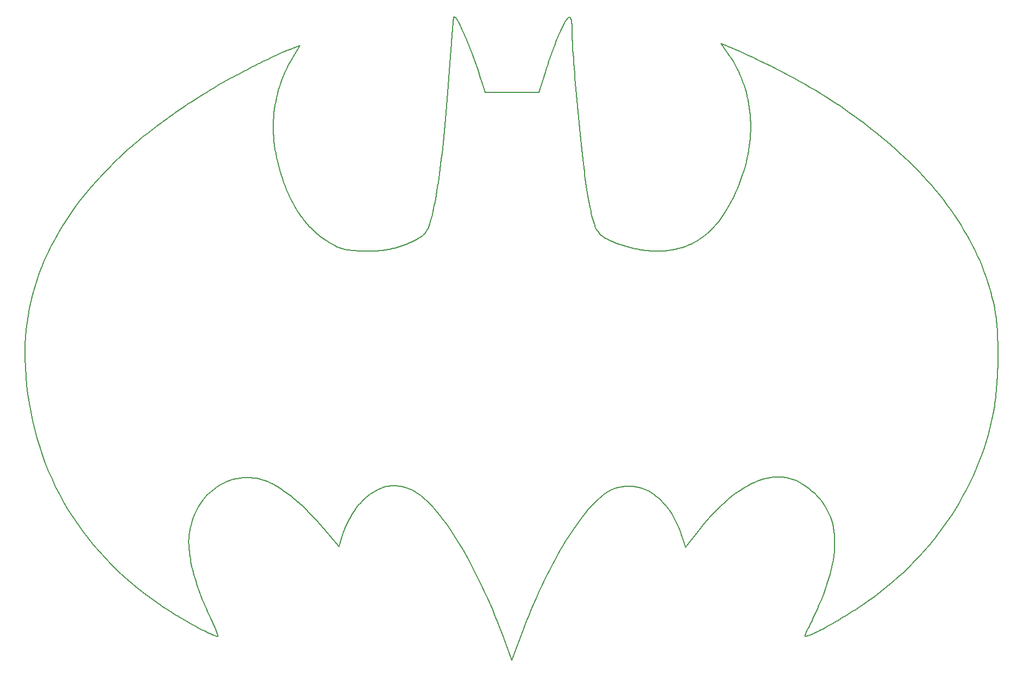
<source format=gbr>
%TF.GenerationSoftware,KiCad,Pcbnew,7.0.7*%
%TF.CreationDate,2023-09-19T21:30:55-07:00*%
%TF.ProjectId,PCB Layout,50434220-4c61-4796-9f75-742e6b696361,rev?*%
%TF.SameCoordinates,Original*%
%TF.FileFunction,Profile,NP*%
%FSLAX46Y46*%
G04 Gerber Fmt 4.6, Leading zero omitted, Abs format (unit mm)*
G04 Created by KiCad (PCBNEW 7.0.7) date 2023-09-19 21:30:55*
%MOMM*%
%LPD*%
G01*
G04 APERTURE LIST*
%ADD10C,0.200000*%
%TA.AperFunction,Profile*%
%ADD11C,0.200000*%
%TD*%
G04 APERTURE END LIST*
D10*
X110052499Y-129702577D02*
X110181957Y-129975912D01*
X110306646Y-130243127D01*
X110425970Y-130502772D01*
X110539330Y-130753398D01*
X110646131Y-130993555D01*
X110745773Y-131221794D01*
X110837662Y-131436665D01*
X110921198Y-131636719D01*
X111029538Y-131905846D01*
X111115727Y-132133480D01*
X111192707Y-132363992D01*
X111217176Y-132529778D01*
X142269597Y-110196959D02*
X141949180Y-110005401D01*
X141628667Y-109831649D01*
X141308191Y-109675669D01*
X140987884Y-109537426D01*
X140667875Y-109416885D01*
X140348299Y-109314013D01*
X140029285Y-109228773D01*
X139710967Y-109161132D01*
X139393475Y-109111055D01*
X139076942Y-109078508D01*
X138761498Y-109063456D01*
X138447277Y-109065865D01*
X138134410Y-109085699D01*
X137823027Y-109122925D01*
X137513262Y-109177508D01*
X137205246Y-109249412D01*
X136899110Y-109338605D01*
X136594987Y-109445051D01*
X136293007Y-109568715D01*
X135993303Y-109709563D01*
X135696007Y-109867561D01*
X135401250Y-110042674D01*
X135109165Y-110234867D01*
X134819881Y-110444106D01*
X134533533Y-110670356D01*
X134250250Y-110913583D01*
X133970165Y-111173752D01*
X133693410Y-111450829D01*
X133420117Y-111744778D01*
X133150416Y-112055566D01*
X132884441Y-112383158D01*
X132622322Y-112727520D01*
X144301005Y-67895043D02*
X144405464Y-67549442D01*
X144509645Y-67174066D01*
X144613518Y-66769167D01*
X144717052Y-66334995D01*
X144820214Y-65871800D01*
X144922975Y-65379832D01*
X145025303Y-64859344D01*
X145127166Y-64310584D01*
X145228535Y-63733804D01*
X145329377Y-63129254D01*
X145429662Y-62497185D01*
X145529358Y-61837847D01*
X145628435Y-61151491D01*
X145726861Y-60438368D01*
X145824605Y-59698727D01*
X145921637Y-58932821D01*
X146017925Y-58140898D01*
X146113437Y-57323211D01*
X146208144Y-56480008D01*
X146302013Y-55611542D01*
X146395014Y-54718062D01*
X146487116Y-53799819D01*
X146578287Y-52857064D01*
X146668497Y-51890047D01*
X146757714Y-50899019D01*
X146845907Y-49884231D01*
X146933046Y-48845932D01*
X147019098Y-47784374D01*
X147104033Y-46699807D01*
X147187821Y-45592482D01*
X147270429Y-44462649D01*
X147351827Y-43310559D01*
X147351827Y-43310559D02*
X147377727Y-42939067D01*
X147403515Y-42571993D01*
X147429155Y-42209807D01*
X147454607Y-41852982D01*
X147479835Y-41501987D01*
X147504801Y-41157297D01*
X147529468Y-40819380D01*
X147553797Y-40488710D01*
X147577751Y-40165758D01*
X147601293Y-39850995D01*
X147624385Y-39544893D01*
X147646989Y-39247924D01*
X147669068Y-38960558D01*
X147690583Y-38683268D01*
X147711499Y-38416525D01*
X147731776Y-38160801D01*
X147751377Y-37916567D01*
X147770265Y-37684295D01*
X147788402Y-37464456D01*
X147805750Y-37257522D01*
X147837931Y-36884255D01*
X147866505Y-36568266D01*
X147891173Y-36313328D01*
X147920192Y-36053642D01*
X147938729Y-35952540D01*
D11*
X161212156Y-47771014D02*
X162115828Y-44890612D01*
X123055886Y-40802036D02*
X123954355Y-40508278D01*
D10*
X202278628Y-108788559D02*
X201865026Y-108543784D01*
X201443373Y-108329905D01*
X201013935Y-108146807D01*
X200576979Y-107994371D01*
X200132772Y-107872484D01*
X199681583Y-107781027D01*
X199223677Y-107719886D01*
X198759323Y-107688943D01*
X198288787Y-107688083D01*
X197812337Y-107717190D01*
X197330239Y-107776146D01*
X196842762Y-107864837D01*
X196350172Y-107983145D01*
X195852736Y-108130956D01*
X195350723Y-108308151D01*
X194844398Y-108514616D01*
X194334029Y-108750234D01*
X193819884Y-109014889D01*
X193302229Y-109308464D01*
X192781332Y-109630844D01*
X192257461Y-109981912D01*
X191730881Y-110361552D01*
X191201861Y-110769648D01*
X190670668Y-111206083D01*
X190137568Y-111670742D01*
X189602830Y-112163509D01*
X189066720Y-112684266D01*
X188529506Y-113232898D01*
X187991454Y-113809289D01*
X187452833Y-114413322D01*
X186913908Y-115044882D01*
X186374949Y-115703852D01*
X111296190Y-46608623D02*
X111634045Y-46414203D01*
X111987562Y-46213832D01*
X112355364Y-46008187D01*
X112736077Y-45797947D01*
X113128327Y-45583791D01*
X113530737Y-45366398D01*
X113941934Y-45146447D01*
X114360543Y-44924618D01*
X114785188Y-44701587D01*
X115214494Y-44478036D01*
X115647088Y-44254642D01*
X116081593Y-44032084D01*
X116516636Y-43811041D01*
X116950841Y-43592193D01*
X117382833Y-43376217D01*
X117811237Y-43163793D01*
X118234679Y-42955600D01*
X118651783Y-42752317D01*
X119061175Y-42554622D01*
X119461480Y-42363195D01*
X119851323Y-42178714D01*
X120229329Y-42001858D01*
X120594124Y-41833306D01*
X120944331Y-41673737D01*
X121278577Y-41523830D01*
X121595487Y-41384263D01*
X121893685Y-41255716D01*
X122171797Y-41138868D01*
X122428448Y-41034396D01*
X122662263Y-40942981D01*
X122871867Y-40865301D01*
X123055886Y-40802036D01*
X232020620Y-97845345D02*
X231776587Y-98970323D01*
X231504575Y-100086500D01*
X231204832Y-101193511D01*
X230877606Y-102290995D01*
X230523145Y-103378589D01*
X230141698Y-104455931D01*
X229733513Y-105522659D01*
X229298839Y-106578410D01*
X228837924Y-107622822D01*
X228351017Y-108655533D01*
X227838366Y-109676180D01*
X227300218Y-110684401D01*
X226736824Y-111679833D01*
X226148431Y-112662115D01*
X225535287Y-113630883D01*
X224897642Y-114585776D01*
X224235742Y-115526431D01*
X223549838Y-116452486D01*
X222840177Y-117363579D01*
X222107007Y-118259346D01*
X221350578Y-119139427D01*
X220571137Y-120003458D01*
X219768932Y-120851077D01*
X218944213Y-121681921D01*
X218097228Y-122495630D01*
X217228225Y-123291839D01*
X216337452Y-124070187D01*
X215425159Y-124830311D01*
X214491592Y-125571850D01*
X213537002Y-126294440D01*
X212561635Y-126997719D01*
X211565742Y-127681326D01*
D11*
X158581442Y-132002728D02*
X157009137Y-136241770D01*
X152329686Y-46177942D02*
X152820051Y-47777414D01*
D10*
X97147914Y-56678608D02*
X97464904Y-56395922D01*
X97797435Y-56105857D01*
X98144761Y-55808944D01*
X98506135Y-55505714D01*
X98880809Y-55196699D01*
X99268038Y-54882430D01*
X99667074Y-54563440D01*
X100077172Y-54240258D01*
X100497583Y-53913418D01*
X100927561Y-53583450D01*
X101366360Y-53250886D01*
X101813233Y-52916257D01*
X102267432Y-52580096D01*
X102728212Y-52242932D01*
X103194826Y-51905299D01*
X103666526Y-51567727D01*
X104142566Y-51230747D01*
X104622200Y-50894892D01*
X105104680Y-50560693D01*
X105589260Y-50228682D01*
X106075193Y-49899389D01*
X106561733Y-49573347D01*
X107048132Y-49251086D01*
X107533643Y-48933139D01*
X108017521Y-48620037D01*
X108499018Y-48312311D01*
X108977388Y-48010493D01*
X109451884Y-47715114D01*
X109921758Y-47426706D01*
X110386265Y-47145801D01*
X110844658Y-46872929D01*
X111296190Y-46608623D01*
X111217176Y-132529778D02*
X110897148Y-132494871D01*
X110577098Y-132375660D01*
X110382115Y-132293357D01*
X110165750Y-132196967D01*
X109929447Y-132087274D01*
X109674649Y-131965060D01*
X109402799Y-131831110D01*
X109115340Y-131686206D01*
X108813715Y-131531133D01*
X108499366Y-131366673D01*
X108173738Y-131193610D01*
X107838274Y-131012728D01*
X107494415Y-130824810D01*
X107143606Y-130630639D01*
X106787290Y-130430999D01*
X106426909Y-130226674D01*
X106063907Y-130018446D01*
X105699726Y-129807099D01*
X105335810Y-129593417D01*
X104973602Y-129378183D01*
X104614545Y-129162181D01*
X104260082Y-128946193D01*
X103911656Y-128731004D01*
X103570710Y-128517397D01*
X103238688Y-128306155D01*
X102917032Y-128098062D01*
X102607185Y-127893901D01*
X102310591Y-127694456D01*
X163966237Y-39663066D02*
X164126731Y-39268904D01*
X164281043Y-38897625D01*
X164429245Y-38549187D01*
X164571407Y-38223544D01*
X164707601Y-37920653D01*
X164837899Y-37640472D01*
X164962371Y-37382956D01*
X165081088Y-37148062D01*
X165194123Y-36935747D01*
X165301546Y-36745966D01*
X165499843Y-36433836D01*
X165676547Y-36211325D01*
X165832231Y-36078083D01*
X166082815Y-36078017D01*
X166219812Y-36309713D01*
X166287956Y-36573880D01*
X166338215Y-36925402D01*
X166356815Y-37133813D01*
X166371158Y-37363932D01*
X166381315Y-37615716D01*
X166387356Y-37889122D01*
X166389355Y-38184106D01*
X141994589Y-70747704D02*
X142258660Y-70608010D01*
X142496549Y-70475778D01*
X142710439Y-70348305D01*
X142902516Y-70222890D01*
X143074963Y-70096830D01*
X143229964Y-69967426D01*
X143434534Y-69761137D01*
X143612138Y-69532125D01*
X143719199Y-69362323D01*
X143819737Y-69175668D01*
X143915934Y-68969459D01*
X144009975Y-68740993D01*
X144104044Y-68487570D01*
X144200326Y-68206486D01*
X144301005Y-67895043D01*
D11*
X157009137Y-136241770D02*
X155518114Y-132218388D01*
D10*
X155518114Y-132218388D02*
X155152356Y-131248162D01*
X154777256Y-130285779D01*
X154393436Y-129332275D01*
X154001520Y-128388685D01*
X153602129Y-127456045D01*
X153195888Y-126535389D01*
X152783418Y-125627754D01*
X152365344Y-124734174D01*
X151942287Y-123855685D01*
X151514871Y-122993322D01*
X151083718Y-122148122D01*
X150649452Y-121321118D01*
X150212695Y-120513347D01*
X149774071Y-119725844D01*
X149334202Y-118959644D01*
X148893711Y-118215783D01*
X148453221Y-117495296D01*
X148013356Y-116799219D01*
X147574737Y-116128587D01*
X147137988Y-115484435D01*
X146703732Y-114867798D01*
X146272592Y-114279713D01*
X145845190Y-113721214D01*
X145422150Y-113193337D01*
X145004095Y-112697118D01*
X144591647Y-112233591D01*
X144185429Y-111803792D01*
X143786064Y-111408757D01*
X143394176Y-111049521D01*
X143010386Y-110727118D01*
X142635319Y-110442586D01*
X142269597Y-110196959D01*
D11*
X186374949Y-115703852D02*
X184056623Y-118597573D01*
D10*
X122828315Y-42371340D02*
X122513530Y-42909487D01*
X122216191Y-43453345D01*
X121936307Y-44002784D01*
X121673886Y-44557678D01*
X121428939Y-45117896D01*
X121201474Y-45683311D01*
X120991499Y-46253793D01*
X120799025Y-46829216D01*
X120624061Y-47409449D01*
X120466615Y-47994365D01*
X120326696Y-48583835D01*
X120204314Y-49177730D01*
X120099478Y-49775922D01*
X120012196Y-50378283D01*
X119942479Y-50984684D01*
X119890334Y-51594997D01*
X119855772Y-52209093D01*
X119838801Y-52826843D01*
X119839430Y-53448119D01*
X119857669Y-54072793D01*
X119893527Y-54700736D01*
X119947012Y-55331820D01*
X120018133Y-55965916D01*
X120106901Y-56602895D01*
X120213324Y-57242629D01*
X120337410Y-57884990D01*
X120479170Y-58529850D01*
X120638612Y-59177079D01*
X120815746Y-59826549D01*
X121010580Y-60478131D01*
X121223123Y-61131698D01*
X121453386Y-61787121D01*
X119953686Y-108891619D02*
X119426667Y-108617497D01*
X118895179Y-108382813D01*
X118360405Y-108186897D01*
X117823528Y-108029082D01*
X117285731Y-107908696D01*
X116748199Y-107825072D01*
X116212115Y-107777540D01*
X115678661Y-107765430D01*
X115149022Y-107788075D01*
X114624381Y-107844804D01*
X114105921Y-107934948D01*
X113594827Y-108057839D01*
X113092281Y-108212806D01*
X112599466Y-108399182D01*
X112117567Y-108616296D01*
X111647767Y-108863480D01*
X111191248Y-109140064D01*
X110749196Y-109445379D01*
X110322793Y-109778757D01*
X109913222Y-110139527D01*
X109521667Y-110527021D01*
X109149312Y-110940570D01*
X108797340Y-111379504D01*
X108466934Y-111843154D01*
X108159279Y-112330852D01*
X107875556Y-112841927D01*
X107616951Y-113375711D01*
X107384645Y-113931534D01*
X107179824Y-114508729D01*
X107003670Y-115106624D01*
X106857366Y-115724551D01*
X106742097Y-116361842D01*
X121453386Y-61787121D02*
X121595403Y-62168508D01*
X121741026Y-62542972D01*
X121890276Y-62910545D01*
X122043175Y-63271256D01*
X122199747Y-63625137D01*
X122360012Y-63972219D01*
X122523994Y-64312532D01*
X122691714Y-64646107D01*
X122863196Y-64972975D01*
X123038460Y-65293167D01*
X123217530Y-65606714D01*
X123400427Y-65913647D01*
X123587174Y-66213996D01*
X123777794Y-66507792D01*
X123972308Y-66795066D01*
X124170739Y-67075850D01*
X124373108Y-67350172D01*
X124579439Y-67618066D01*
X124789754Y-67879561D01*
X125004074Y-68134688D01*
X125222422Y-68383478D01*
X125444821Y-68625962D01*
X125671292Y-68862171D01*
X125901858Y-69092136D01*
X126136542Y-69315887D01*
X126375364Y-69533455D01*
X126618348Y-69744871D01*
X126865517Y-69950167D01*
X127116891Y-70149372D01*
X127372494Y-70342517D01*
X127632347Y-70529634D01*
X127896474Y-70710754D01*
X133395178Y-72467605D02*
X133707899Y-72482470D01*
X134016156Y-72493234D01*
X134320109Y-72499865D01*
X134619923Y-72502329D01*
X134915759Y-72500595D01*
X135207781Y-72494629D01*
X135496151Y-72484400D01*
X135781032Y-72469874D01*
X136062587Y-72451019D01*
X136340978Y-72427803D01*
X136616368Y-72400193D01*
X136888920Y-72368156D01*
X137158797Y-72331660D01*
X137426161Y-72290672D01*
X137691176Y-72245160D01*
X137954003Y-72195092D01*
X138214806Y-72140433D01*
X138473747Y-72081153D01*
X138730990Y-72017219D01*
X138986696Y-71948597D01*
X139241029Y-71875256D01*
X139494151Y-71797163D01*
X139746225Y-71714285D01*
X139997414Y-71626590D01*
X140247881Y-71534045D01*
X140497787Y-71436618D01*
X140747297Y-71334276D01*
X140996573Y-71226987D01*
X141245777Y-71114717D01*
X141495073Y-70997435D01*
X141744622Y-70875108D01*
X141994589Y-70747704D01*
X183436309Y-116697712D02*
X183228408Y-116099890D01*
X183002512Y-115523547D01*
X182759370Y-114969093D01*
X182499733Y-114436935D01*
X182224353Y-113927482D01*
X181933978Y-113441142D01*
X181629361Y-112978324D01*
X181311252Y-112539436D01*
X180980401Y-112124886D01*
X180637558Y-111735083D01*
X180283475Y-111370435D01*
X179918902Y-111031351D01*
X179544590Y-110718239D01*
X179161290Y-110431508D01*
X178769751Y-110171565D01*
X178370725Y-109938820D01*
X177964961Y-109733680D01*
X177553212Y-109556554D01*
X177136227Y-109407851D01*
X176714757Y-109287979D01*
X176289552Y-109197346D01*
X175861364Y-109136360D01*
X175430942Y-109105431D01*
X174999038Y-109104966D01*
X174566402Y-109135375D01*
X174133784Y-109197064D01*
X173701936Y-109290443D01*
X173271607Y-109415920D01*
X172843549Y-109573904D01*
X172418512Y-109764803D01*
X171997247Y-109989025D01*
X171580504Y-110246979D01*
X203167498Y-131315718D02*
X203268787Y-131130154D01*
X203390367Y-130894884D01*
X203481248Y-130713509D01*
X203578980Y-130514671D01*
X203682696Y-130300222D01*
X203791530Y-130072013D01*
X203904615Y-129831896D01*
X204021083Y-129581722D01*
X204140069Y-129323343D01*
X204260706Y-129058610D01*
X204382126Y-128789375D01*
X204503463Y-128517490D01*
X204623850Y-128244806D01*
X204742421Y-127973174D01*
X204858309Y-127704446D01*
D11*
X152820051Y-47777414D02*
X157016095Y-47774214D01*
D10*
X132622322Y-112727520D02*
X132479210Y-112927500D01*
X132334051Y-113141735D01*
X132187854Y-113368270D01*
X132041628Y-113605148D01*
X131896385Y-113850414D01*
X131753133Y-114102112D01*
X131612883Y-114358285D01*
X131476645Y-114616978D01*
X131345428Y-114876236D01*
X131220244Y-115134102D01*
X131102101Y-115388620D01*
X130992010Y-115637834D01*
X130890980Y-115879790D01*
X130800023Y-116112530D01*
X130720147Y-116334099D01*
X130652363Y-116542542D01*
X179628921Y-72501135D02*
X180220343Y-72489490D01*
X180799350Y-72455420D01*
X181366062Y-72398818D01*
X181920599Y-72319575D01*
X182463080Y-72217583D01*
X182993626Y-72092733D01*
X183512357Y-71944918D01*
X184019394Y-71774029D01*
X184514855Y-71579957D01*
X184998862Y-71362595D01*
X185471535Y-71121834D01*
X185932993Y-70857567D01*
X186383357Y-70569684D01*
X186822747Y-70258077D01*
X187251283Y-69922639D01*
X187669086Y-69563261D01*
X188076274Y-69179835D01*
X188472969Y-68772252D01*
X188859291Y-68340405D01*
X189235359Y-67884184D01*
X189601294Y-67403482D01*
X189957216Y-66898191D01*
X190303245Y-66368202D01*
X190639501Y-65813408D01*
X190966105Y-65233699D01*
X191283175Y-64628967D01*
X191590834Y-63999105D01*
X191889200Y-63344003D01*
X192178394Y-62663555D01*
X192458536Y-61957651D01*
X192729745Y-61226183D01*
X192992144Y-60469044D01*
X171580504Y-110246979D02*
X171218213Y-110503376D01*
X170847145Y-110797042D01*
X170467894Y-111126980D01*
X170081054Y-111492197D01*
X169687219Y-111891697D01*
X169286984Y-112324486D01*
X168880943Y-112789569D01*
X168469691Y-113285952D01*
X168053822Y-113812639D01*
X167633929Y-114368636D01*
X167210608Y-114952949D01*
X166784453Y-115564582D01*
X166356058Y-116202541D01*
X165926017Y-116865832D01*
X165494926Y-117553459D01*
X165063377Y-118264427D01*
X164631966Y-118997743D01*
X164201287Y-119752411D01*
X163771933Y-120527437D01*
X163344501Y-121321825D01*
X162919583Y-122134582D01*
X162497774Y-122964713D01*
X162079668Y-123811222D01*
X161665861Y-124673116D01*
X161256946Y-125549399D01*
X160853517Y-126439076D01*
X160456168Y-127341154D01*
X160065495Y-128254637D01*
X159682092Y-129178530D01*
X159306552Y-130111840D01*
X158939471Y-131053570D01*
X158581442Y-132002728D01*
X191622924Y-40982545D02*
X192646088Y-41439460D01*
X193648722Y-41895466D01*
X194631487Y-42350977D01*
X195595042Y-42806408D01*
X196540047Y-43262173D01*
X197467163Y-43718688D01*
X198377049Y-44176367D01*
X199270366Y-44635624D01*
X200147774Y-45096875D01*
X201009933Y-45560533D01*
X201857503Y-46027014D01*
X202691145Y-46496732D01*
X203511517Y-46970102D01*
X204319281Y-47447539D01*
X205115097Y-47929456D01*
X205899624Y-48416270D01*
X206673523Y-48908393D01*
X207437454Y-49406242D01*
X208192077Y-49910231D01*
X208938052Y-50420774D01*
X209676039Y-50938286D01*
X210406699Y-51463182D01*
X211130691Y-51995876D01*
X211848676Y-52536783D01*
X212561314Y-53086318D01*
X213269264Y-53644896D01*
X213973188Y-54212930D01*
X214673744Y-54790836D01*
X215371594Y-55379028D01*
X216067397Y-55977921D01*
X216761813Y-56587930D01*
X217455504Y-57209470D01*
D11*
X130056953Y-118493813D02*
X127807494Y-115836982D01*
D10*
X202702898Y-132501398D02*
X202717237Y-132300918D01*
X202790568Y-132086990D01*
X202883022Y-131869685D01*
X202974821Y-131677128D01*
X203080407Y-131473201D01*
X203167498Y-131315718D01*
X81180595Y-90479912D02*
X81137329Y-89327427D01*
X81129126Y-88180980D01*
X81155978Y-87040588D01*
X81217877Y-85906267D01*
X81314815Y-84778035D01*
X81446785Y-83655909D01*
X81613777Y-82539904D01*
X81815785Y-81430038D01*
X82052800Y-80326328D01*
X82324814Y-79228790D01*
X82631820Y-78137442D01*
X82973810Y-77052299D01*
X83350775Y-75973380D01*
X83762707Y-74900700D01*
X84209600Y-73834277D01*
X84691444Y-72774127D01*
X85208232Y-71720267D01*
X85759955Y-70672714D01*
X86346607Y-69631484D01*
X86968179Y-68596596D01*
X87624663Y-67568064D01*
X88316051Y-66545907D01*
X89042335Y-65530140D01*
X89803508Y-64520782D01*
X90599561Y-63517847D01*
X91430486Y-62521355D01*
X92296276Y-61531320D01*
X93196922Y-60547760D01*
X94132417Y-59570693D01*
X95102752Y-58600133D01*
X96107920Y-57636099D01*
X97147914Y-56678608D01*
D11*
X184056623Y-118597573D02*
X183436309Y-116697712D01*
X123954355Y-40508278D02*
X122828315Y-42371340D01*
D10*
X106742097Y-116361842D02*
X106703127Y-116653239D01*
X106674018Y-116955442D01*
X106654703Y-117268181D01*
X106645114Y-117591185D01*
X106645184Y-117924182D01*
X106654846Y-118266901D01*
X106674032Y-118619072D01*
X106702676Y-118980424D01*
X106740709Y-119350685D01*
X106788066Y-119729585D01*
X106844678Y-120116853D01*
X106910479Y-120512217D01*
X106985400Y-120915408D01*
X107069376Y-121326153D01*
X107162338Y-121744183D01*
X107264219Y-122169225D01*
X107374953Y-122601009D01*
X107494472Y-123039265D01*
X107622708Y-123483720D01*
X107759595Y-123934105D01*
X107905065Y-124390148D01*
X108059051Y-124851579D01*
X108221486Y-125318126D01*
X108392302Y-125789518D01*
X108571432Y-126265485D01*
X108758810Y-126745755D01*
X108954368Y-127230058D01*
X109158038Y-127718122D01*
X109369753Y-128209677D01*
X109589446Y-128704452D01*
X109817051Y-129202175D01*
X110052499Y-129702577D01*
D11*
X130652363Y-116542542D02*
X130056953Y-118493813D01*
D10*
X204858309Y-127704446D02*
X205216602Y-126844991D01*
X205546805Y-126004509D01*
X205848895Y-125182832D01*
X206122849Y-124379795D01*
X206368646Y-123595231D01*
X206586261Y-122828975D01*
X206775672Y-122080861D01*
X206936858Y-121350723D01*
X207069795Y-120638394D01*
X207174460Y-119943709D01*
X207250831Y-119266502D01*
X207298886Y-118606606D01*
X207318601Y-117963856D01*
X207309954Y-117338087D01*
X207272923Y-116729131D01*
X207207485Y-116136823D01*
X207113616Y-115560996D01*
X206991296Y-115001486D01*
X206840500Y-114458125D01*
X206661206Y-113930749D01*
X206453392Y-113419190D01*
X206217036Y-112923284D01*
X205952113Y-112442863D01*
X205658603Y-111977762D01*
X205336481Y-111527816D01*
X204985727Y-111092857D01*
X204606316Y-110672720D01*
X204198226Y-110267240D01*
X203761435Y-109876249D01*
X203295920Y-109499583D01*
X202801658Y-109137075D01*
X202278628Y-108788559D01*
X166389355Y-38184106D02*
X166393062Y-38534068D01*
X166403965Y-38944778D01*
X166421735Y-39412549D01*
X166446042Y-39933692D01*
X166476557Y-40504519D01*
X166512952Y-41121343D01*
X166554897Y-41780474D01*
X166602064Y-42478225D01*
X166654122Y-43210908D01*
X166710743Y-43974834D01*
X166771599Y-44766316D01*
X166836359Y-45581666D01*
X166904695Y-46417195D01*
X166976278Y-47269215D01*
X167050779Y-48134038D01*
X167127868Y-49007976D01*
X167207216Y-49887342D01*
X167288496Y-50768446D01*
X167371376Y-51647601D01*
X167455529Y-52521119D01*
X167540625Y-53385311D01*
X167626335Y-54236490D01*
X167712331Y-55070968D01*
X167798282Y-55885056D01*
X167883860Y-56675066D01*
X167968737Y-57437310D01*
X168052582Y-58168100D01*
X168135066Y-58863748D01*
X168215862Y-59520566D01*
X168294639Y-60134866D01*
X168371068Y-60702959D01*
X168444822Y-61221159D01*
X171131057Y-70174794D02*
X171307787Y-70293745D01*
X171495806Y-70411235D01*
X171694558Y-70527109D01*
X171903487Y-70641217D01*
X172122036Y-70753405D01*
X172349652Y-70863522D01*
X172585777Y-70971416D01*
X172829855Y-71076934D01*
X173081332Y-71179925D01*
X173339652Y-71280236D01*
X173604257Y-71377714D01*
X173874594Y-71472209D01*
X174150106Y-71563568D01*
X174430237Y-71651638D01*
X174714431Y-71736267D01*
X175002134Y-71817304D01*
X175292788Y-71894596D01*
X175585838Y-71967991D01*
X175880729Y-72037337D01*
X176176905Y-72102481D01*
X176473810Y-72163272D01*
X176770887Y-72219558D01*
X177067582Y-72271186D01*
X177363339Y-72318004D01*
X177657602Y-72359860D01*
X177949815Y-72396601D01*
X178239422Y-72428077D01*
X178525867Y-72454134D01*
X178808596Y-72474620D01*
X179087051Y-72489384D01*
X179360678Y-72498273D01*
X179628921Y-72501135D01*
X162115828Y-44890612D02*
X162212794Y-44585016D01*
X162316679Y-44264096D01*
X162426534Y-43930532D01*
X162541410Y-43587005D01*
X162660359Y-43236193D01*
X162782430Y-42880778D01*
X162906677Y-42523440D01*
X163032151Y-42166859D01*
X163157901Y-41813714D01*
X163282981Y-41466686D01*
X163406440Y-41128455D01*
X163527332Y-40801702D01*
X163644705Y-40489106D01*
X163757613Y-40193348D01*
X163865107Y-39917108D01*
X163966237Y-39663066D01*
X102310591Y-127694456D02*
X101107291Y-126853213D01*
X99937613Y-125988733D01*
X98801698Y-125101263D01*
X97699688Y-124191052D01*
X96631721Y-123258347D01*
X95597941Y-122303398D01*
X94598488Y-121326451D01*
X93633502Y-120327756D01*
X92703125Y-119307561D01*
X91807497Y-118266114D01*
X90946760Y-117203663D01*
X90121054Y-116120456D01*
X89330521Y-115016742D01*
X88575301Y-113892768D01*
X87855535Y-112748784D01*
X87171364Y-111585037D01*
X86522930Y-110401776D01*
X85910373Y-109199248D01*
X85333833Y-107977702D01*
X84793453Y-106737387D01*
X84289373Y-105478550D01*
X83821733Y-104201439D01*
X83390676Y-102906304D01*
X82996341Y-101593391D01*
X82638870Y-100262950D01*
X82318403Y-98915229D01*
X82035082Y-97550475D01*
X81789048Y-96168937D01*
X81580441Y-94770864D01*
X81409402Y-93356503D01*
X81276073Y-91926103D01*
X81180595Y-90479912D01*
X168444822Y-61221159D02*
X168531601Y-61806366D01*
X168616081Y-62364813D01*
X168698472Y-62897205D01*
X168778987Y-63404248D01*
X168857836Y-63886647D01*
X168935233Y-64345109D01*
X169011388Y-64780339D01*
X169086513Y-65193042D01*
X169160821Y-65583925D01*
X169234522Y-65953692D01*
X169307828Y-66303050D01*
X169380952Y-66632705D01*
X169454104Y-66943362D01*
X169527497Y-67235726D01*
X169601342Y-67510504D01*
X169675851Y-67768401D01*
X169751236Y-68010123D01*
X169827708Y-68236375D01*
X169905479Y-68447863D01*
X169984762Y-68645294D01*
X170065766Y-68829372D01*
X170233790Y-69160293D01*
X170411245Y-69446272D01*
X170599824Y-69692956D01*
X170801221Y-69905989D01*
X171017131Y-70091017D01*
X171131057Y-70174794D01*
X217455504Y-57209470D02*
X218217043Y-57910295D01*
X218961175Y-58619030D01*
X219687737Y-59335397D01*
X220396564Y-60059122D01*
X221087491Y-60789928D01*
X221760354Y-61527542D01*
X222414989Y-62271688D01*
X223051231Y-63022089D01*
X223668915Y-63778472D01*
X224267878Y-64540560D01*
X224847954Y-65308078D01*
X225408980Y-66080751D01*
X225950791Y-66858304D01*
X226473222Y-67640460D01*
X226976109Y-68426946D01*
X227459289Y-69217485D01*
X227922595Y-70011803D01*
X228365864Y-70809623D01*
X228788932Y-71610671D01*
X229191633Y-72414671D01*
X229573804Y-73221347D01*
X229935280Y-74030426D01*
X230275897Y-74841630D01*
X230595490Y-75654685D01*
X230893895Y-76469316D01*
X231170948Y-77285247D01*
X231426483Y-78102203D01*
X231660337Y-78919908D01*
X231872345Y-79738088D01*
X232062343Y-80556466D01*
X232230166Y-81374768D01*
X232375650Y-82192718D01*
X127807494Y-115836982D02*
X127551143Y-115536468D01*
X127295577Y-115241411D01*
X127040788Y-114951804D01*
X126786768Y-114667638D01*
X126533509Y-114388908D01*
X126281003Y-114115606D01*
X126029242Y-113847724D01*
X125778217Y-113585257D01*
X125527921Y-113328196D01*
X125278345Y-113076534D01*
X125029483Y-112830265D01*
X124781324Y-112589380D01*
X124533862Y-112353874D01*
X124287088Y-112123739D01*
X124040995Y-111898968D01*
X123795574Y-111679553D01*
X123550817Y-111465488D01*
X123306716Y-111256766D01*
X123063264Y-111053379D01*
X122820451Y-110855320D01*
X122578270Y-110662582D01*
X122336713Y-110475158D01*
X122095772Y-110293041D01*
X121855439Y-110116223D01*
X121615705Y-109944699D01*
X121376563Y-109778459D01*
X121138005Y-109617498D01*
X120900022Y-109461808D01*
X120662607Y-109311383D01*
X120425751Y-109166214D01*
X120189447Y-109026295D01*
X119953686Y-108891619D01*
X192992144Y-60469044D02*
X193188497Y-59856444D01*
X193367549Y-59242483D01*
X193529340Y-58627518D01*
X193673910Y-58011906D01*
X193801300Y-57396006D01*
X193911550Y-56780174D01*
X194004702Y-56164769D01*
X194080794Y-55550148D01*
X194139869Y-54936669D01*
X194181966Y-54324690D01*
X194207127Y-53714567D01*
X194215391Y-53106660D01*
X194206799Y-52501325D01*
X194181393Y-51898921D01*
X194139211Y-51299805D01*
X194080296Y-50704334D01*
X194004686Y-50112867D01*
X193912424Y-49525760D01*
X193803549Y-48943373D01*
X193678103Y-48366061D01*
X193536125Y-47794184D01*
X193377656Y-47228098D01*
X193202737Y-46668162D01*
X193011408Y-46114733D01*
X192803710Y-45568169D01*
X192579684Y-45028827D01*
X192339369Y-44497066D01*
X192082807Y-43973242D01*
X191810038Y-43457714D01*
X191521102Y-42950839D01*
X191216040Y-42452974D01*
X190894894Y-41964479D01*
D11*
X189624720Y-40098106D02*
X191622924Y-40982545D01*
X157016095Y-47774214D02*
X161212156Y-47771014D01*
D10*
X127896474Y-70710754D02*
X128094338Y-70842571D01*
X128283180Y-70967080D01*
X128463733Y-71084515D01*
X128636731Y-71195111D01*
X128963002Y-71396722D01*
X129267867Y-71573791D01*
X129557203Y-71728195D01*
X129836884Y-71861812D01*
X130112784Y-71976517D01*
X130390780Y-72074189D01*
X130676746Y-72156704D01*
X130976557Y-72225940D01*
X131296089Y-72283774D01*
X131641216Y-72332082D01*
X132017813Y-72372742D01*
X132219749Y-72390791D01*
X132431755Y-72407631D01*
X132654567Y-72423498D01*
X132888919Y-72438626D01*
X133135544Y-72453250D01*
X133395178Y-72467605D01*
X232375650Y-82192718D02*
X232432594Y-82565333D01*
X232484824Y-82959763D01*
X232532372Y-83374578D01*
X232575272Y-83808349D01*
X232613555Y-84259646D01*
X232647253Y-84727039D01*
X232676400Y-85209099D01*
X232701028Y-85704395D01*
X232721169Y-86211499D01*
X232736855Y-86728980D01*
X232748119Y-87255409D01*
X232754994Y-87789355D01*
X232757511Y-88329390D01*
X232755704Y-88874084D01*
X232749604Y-89422007D01*
X232739245Y-89971729D01*
X232724658Y-90521820D01*
X232705876Y-91070851D01*
X232682931Y-91617393D01*
X232655857Y-92160015D01*
X232624684Y-92697287D01*
X232589447Y-93227781D01*
X232550177Y-93750066D01*
X232506906Y-94262713D01*
X232459667Y-94764292D01*
X232408493Y-95253373D01*
X232353416Y-95728526D01*
X232294468Y-96188323D01*
X232231682Y-96631333D01*
X232165091Y-97056126D01*
X232094725Y-97461273D01*
X232020620Y-97845345D01*
D11*
X190894894Y-41964479D02*
X189624720Y-40098106D01*
D10*
X211565742Y-127681326D02*
X211199756Y-127924664D01*
X210829777Y-128167316D01*
X210456779Y-128408752D01*
X210081734Y-128648444D01*
X209705617Y-128885861D01*
X209329400Y-129120474D01*
X208954059Y-129351753D01*
X208580567Y-129579169D01*
X208209896Y-129802193D01*
X207843022Y-130020294D01*
X207480917Y-130232943D01*
X207124555Y-130439611D01*
X206774911Y-130639769D01*
X206432957Y-130832885D01*
X206099668Y-131018432D01*
X205776016Y-131195879D01*
X205462977Y-131364698D01*
X205161522Y-131524357D01*
X204872627Y-131674329D01*
X204597265Y-131814083D01*
X204336409Y-131943089D01*
X204091034Y-132060819D01*
X203862112Y-132166743D01*
X203650618Y-132260330D01*
X203457525Y-132341053D01*
X203130437Y-132461783D01*
X202888639Y-132524698D01*
X202702898Y-132501398D01*
X147938729Y-35952540D02*
X148176005Y-36035537D01*
X148356743Y-36271961D01*
X148572991Y-36624617D01*
X148693051Y-36841318D01*
X148820331Y-37083219D01*
X148954280Y-37349034D01*
X149094346Y-37637478D01*
X149239976Y-37947264D01*
X149390617Y-38277107D01*
X149545719Y-38625720D01*
X149704727Y-38991818D01*
X149867092Y-39374114D01*
X150032259Y-39771323D01*
X150199677Y-40182159D01*
X150368794Y-40605336D01*
X150539057Y-41039567D01*
X150709915Y-41483567D01*
X150880814Y-41936050D01*
X151051203Y-42395730D01*
X151220530Y-42861321D01*
X151388243Y-43331536D01*
X151553788Y-43805091D01*
X151716615Y-44280699D01*
X151876170Y-44757074D01*
X152031901Y-45232930D01*
X152183257Y-45706981D01*
X152329686Y-46177942D01*
M02*

</source>
